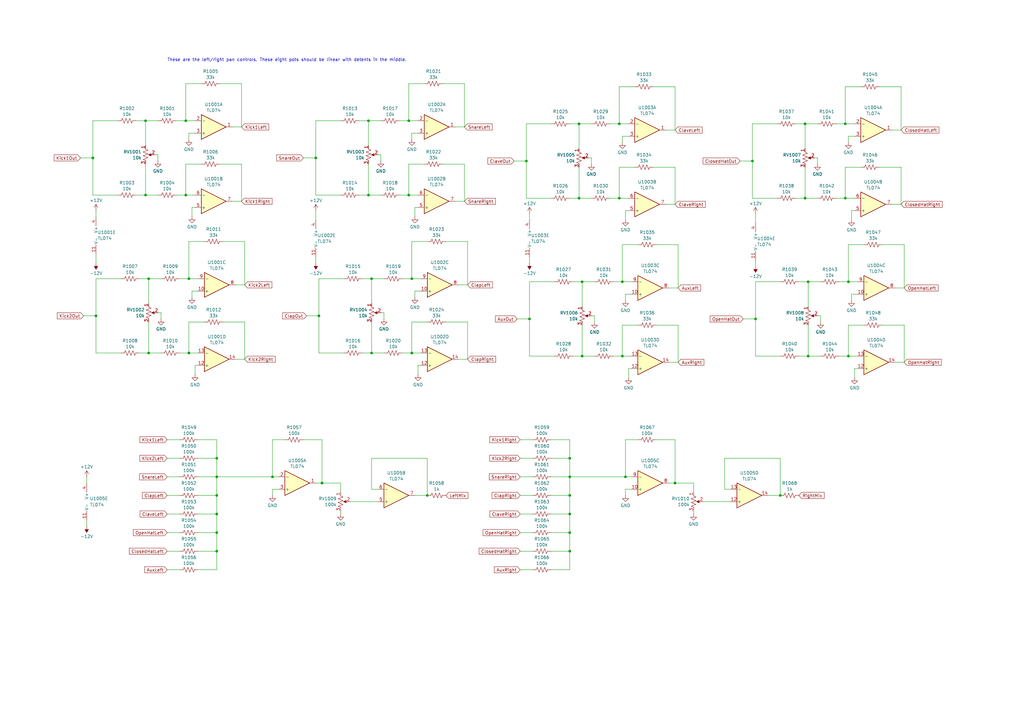
<source format=kicad_sch>
(kicad_sch (version 20230121) (generator eeschema)
  (paper "A3")
  (junction (at 330.2 50.8))
  (junction (at 238.76 146.05))
  (junction (at 237.49 81.28))
  (junction (at 233.68 218.44))
  (junction (at 130.81 129.54))
  (junction (at 151.13 80.01))
  (junction (at 233.68 195.58))
  (junction (at 308.61 66.04))
  (junction (at 152.4 114.3))
  (junction (at 88.9 195.58))
  (junction (at 60.96 144.78))
  (junction (at 167.64 80.01))
  (junction (at 255.27 146.05))
  (junction (at 331.47 115.57))
  (junction (at 168.91 144.78))
  (junction (at 256.54 195.58))
  (junction (at 88.9 226.06))
  (junction (at 175.26 203.2))
  (junction (at 88.9 210.82))
  (junction (at 39.37 129.54))
  (junction (at 233.68 187.96))
  (junction (at 167.64 49.53))
  (junction (at 76.2 49.53))
  (junction (at 254 50.8))
  (junction (at 347.98 115.57))
  (junction (at 233.68 203.2))
  (junction (at 233.68 226.06))
  (junction (at 276.86 198.12))
  (junction (at 238.76 115.57))
  (junction (at 88.9 218.44))
  (junction (at 88.9 203.2))
  (junction (at 330.2 81.28))
  (junction (at 346.71 81.28))
  (junction (at 168.91 114.3))
  (junction (at 320.04 203.2))
  (junction (at 254 81.28))
  (junction (at 237.49 50.8))
  (junction (at 151.13 49.53))
  (junction (at 215.9 66.04))
  (junction (at 129.54 64.77))
  (junction (at 346.71 50.8))
  (junction (at 233.68 210.82))
  (junction (at 77.47 114.3))
  (junction (at 59.69 49.53))
  (junction (at 217.17 130.81))
  (junction (at 132.08 198.12))
  (junction (at 111.76 195.58))
  (junction (at 347.98 146.05))
  (junction (at 60.96 114.3))
  (junction (at 88.9 187.96))
  (junction (at 76.2 80.01))
  (junction (at 152.4 144.78))
  (junction (at 309.88 130.81))
  (junction (at 255.27 115.57))
  (junction (at 59.69 80.01))
  (junction (at 77.47 144.78))
  (junction (at 331.47 146.05))
  (junction (at 38.1 64.77))
  (wire (pts (xy 215.9 50.8) (xy 226.06 50.8)))
  (wire (pts (xy 347.98 115.57) (xy 351.79 115.57)))
  (wire (pts (xy 347.98 146.05) (xy 351.79 146.05)))
  (wire (pts (xy 129.54 64.77) (xy 129.54 49.53)))
  (wire (pts (xy 256.54 195.58) (xy 259.08 195.58)))
  (wire (pts (xy 318.77 81.28) (xy 308.61 81.28)))
  (wire (pts (xy 66.04 130.81) (xy 66.04 128.27)))
  (wire (pts (xy 76.2 80.01) (xy 80.01 80.01)))
  (wire (pts (xy 170.18 88.9) (xy 170.18 85.09)))
  (wire (pts (xy 233.68 218.44) (xy 233.68 210.82)))
  (wire (pts (xy 213.36 187.96) (xy 218.44 187.96)))
  (wire (pts (xy 148.59 114.3) (xy 152.4 114.3)))
  (wire (pts (xy 257.81 151.13) (xy 259.08 151.13)))
  (wire (pts (xy 255.27 100.33) (xy 261.62 100.33)))
  (wire (pts (xy 167.64 80.01) (xy 167.64 67.31)))
  (wire (pts (xy 255.27 146.05) (xy 255.27 133.35)))
  (wire (pts (xy 369.57 68.58) (xy 369.57 83.82)))
  (wire (pts (xy 77.47 54.61) (xy 80.01 54.61)))
  (wire (pts (xy 68.58 226.06) (xy 73.66 226.06)))
  (wire (pts (xy 233.68 180.34) (xy 226.06 180.34)))
  (wire (pts (xy 309.88 87.63) (xy 309.88 91.44)))
  (wire (pts (xy 330.2 81.28) (xy 335.28 81.28)))
  (wire (pts (xy 256.54 123.19) (xy 256.54 120.65)))
  (wire (pts (xy 76.2 80.01) (xy 76.2 67.31)))
  (wire (pts (xy 347.98 146.05) (xy 347.98 133.35)))
  (wire (pts (xy 76.2 49.53) (xy 76.2 34.29)))
  (wire (pts (xy 369.57 53.34) (xy 365.76 53.34)))
  (wire (pts (xy 78.74 88.9) (xy 78.74 85.09)))
  (wire (pts (xy 331.47 133.35) (xy 331.47 146.05)))
  (wire (pts (xy 256.54 180.34) (xy 261.62 180.34)))
  (wire (pts (xy 156.21 63.5) (xy 154.94 63.5)))
  (wire (pts (xy 233.68 226.06) (xy 233.68 218.44)))
  (wire (pts (xy 171.45 153.67) (xy 171.45 149.86)))
  (wire (pts (xy 132.08 180.34) (xy 124.46 180.34)))
  (wire (pts (xy 77.47 57.15) (xy 77.47 54.61)))
  (wire (pts (xy 152.4 132.08) (xy 152.4 144.78)))
  (wire (pts (xy 254 81.28) (xy 257.81 81.28)))
  (wire (pts (xy 139.7 198.12) (xy 132.08 198.12)))
  (wire (pts (xy 256.54 86.36) (xy 257.81 86.36)))
  (wire (pts (xy 165.1 114.3) (xy 168.91 114.3)))
  (wire (pts (xy 257.81 154.94) (xy 257.81 151.13)))
  (wire (pts (xy 256.54 90.17) (xy 256.54 86.36)))
  (wire (pts (xy 39.37 86.36) (xy 39.37 88.9)))
  (wire (pts (xy 213.36 226.06) (xy 218.44 226.06)))
  (wire (pts (xy 181.61 34.29) (xy 190.5 34.29)))
  (wire (pts (xy 168.91 144.78) (xy 168.91 132.08)))
  (wire (pts (xy 251.46 146.05) (xy 255.27 146.05)))
  (wire (pts (xy 77.47 114.3) (xy 77.47 99.06)))
  (wire (pts (xy 100.33 132.08) (xy 100.33 147.32)))
  (wire (pts (xy 255.27 55.88) (xy 257.81 55.88)))
  (wire (pts (xy 256.54 200.66) (xy 259.08 200.66)))
  (wire (pts (xy 151.13 80.01) (xy 156.21 80.01)))
  (wire (pts (xy 76.2 34.29) (xy 82.55 34.29)))
  (wire (pts (xy 326.39 50.8) (xy 330.2 50.8)))
  (wire (pts (xy 125.73 129.54) (xy 130.81 129.54)))
  (wire (pts (xy 68.58 180.34) (xy 73.66 180.34)))
  (wire (pts (xy 256.54 195.58) (xy 256.54 180.34)))
  (wire (pts (xy 276.86 83.82) (xy 273.05 83.82)))
  (wire (pts (xy 330.2 68.58) (xy 330.2 81.28)))
  (wire (pts (xy 139.7 198.12) (xy 139.7 201.93)))
  (wire (pts (xy 55.88 49.53) (xy 59.69 49.53)))
  (wire (pts (xy 237.49 68.58) (xy 237.49 81.28)))
  (wire (pts (xy 254 35.56) (xy 260.35 35.56)))
  (wire (pts (xy 88.9 203.2) (xy 88.9 195.58)))
  (wire (pts (xy 309.88 146.05) (xy 309.88 130.81)))
  (wire (pts (xy 237.49 50.8) (xy 242.57 50.8)))
  (wire (pts (xy 215.9 66.04) (xy 215.9 50.8)))
  (wire (pts (xy 81.28 187.96) (xy 88.9 187.96)))
  (wire (pts (xy 276.86 35.56) (xy 276.86 53.34)))
  (wire (pts (xy 80.01 149.86) (xy 81.28 149.86)))
  (wire (pts (xy 171.45 149.86) (xy 172.72 149.86)))
  (wire (pts (xy 78.74 121.92) (xy 78.74 119.38)))
  (wire (pts (xy 66.04 128.27) (xy 64.77 128.27)))
  (wire (pts (xy 226.06 203.2) (xy 233.68 203.2)))
  (wire (pts (xy 191.77 132.08) (xy 191.77 147.32)))
  (wire (pts (xy 81.28 226.06) (xy 88.9 226.06)))
  (wire (pts (xy 331.47 115.57) (xy 331.47 125.73)))
  (wire (pts (xy 88.9 195.58) (xy 111.76 195.58)))
  (wire (pts (xy 226.06 195.58) (xy 233.68 195.58)))
  (wire (pts (xy 33.02 64.77) (xy 38.1 64.77)))
  (wire (pts (xy 237.49 81.28) (xy 242.57 81.28)))
  (wire (pts (xy 346.71 68.58) (xy 353.06 68.58)))
  (wire (pts (xy 111.76 195.58) (xy 111.76 180.34)))
  (wire (pts (xy 370.84 148.59) (xy 367.03 148.59)))
  (wire (pts (xy 213.36 233.68) (xy 218.44 233.68)))
  (wire (pts (xy 255.27 58.42) (xy 255.27 55.88)))
  (wire (pts (xy 78.74 119.38) (xy 81.28 119.38)))
  (wire (pts (xy 256.54 203.2) (xy 256.54 200.66)))
  (wire (pts (xy 55.88 80.01) (xy 59.69 80.01)))
  (wire (pts (xy 68.58 187.96) (xy 73.66 187.96)))
  (wire (pts (xy 346.71 50.8) (xy 346.71 35.56)))
  (wire (pts (xy 130.81 144.78) (xy 130.81 129.54)))
  (wire (pts (xy 233.68 195.58) (xy 256.54 195.58)))
  (wire (pts (xy 370.84 118.11) (xy 367.03 118.11)))
  (wire (pts (xy 124.46 64.77) (xy 129.54 64.77)))
  (wire (pts (xy 167.64 49.53) (xy 167.64 34.29)))
  (wire (pts (xy 349.25 90.17) (xy 349.25 86.36)))
  (wire (pts (xy 165.1 144.78) (xy 168.91 144.78)))
  (wire (pts (xy 320.04 146.05) (xy 309.88 146.05)))
  (wire (pts (xy 346.71 50.8) (xy 350.52 50.8)))
  (wire (pts (xy 191.77 99.06) (xy 191.77 116.84)))
  (wire (pts (xy 64.77 63.5) (xy 63.5 63.5)))
  (wire (pts (xy 267.97 68.58) (xy 276.86 68.58)))
  (wire (pts (xy 170.18 119.38) (xy 172.72 119.38)))
  (wire (pts (xy 157.48 130.81) (xy 157.48 128.27)))
  (wire (pts (xy 167.64 80.01) (xy 171.45 80.01)))
  (wire (pts (xy 78.74 85.09) (xy 80.01 85.09)))
  (wire (pts (xy 182.88 99.06) (xy 191.77 99.06)))
  (wire (pts (xy 190.5 52.07) (xy 186.69 52.07)))
  (wire (pts (xy 191.77 147.32) (xy 187.96 147.32)))
  (wire (pts (xy 77.47 132.08) (xy 83.82 132.08)))
  (wire (pts (xy 320.04 203.2) (xy 314.96 203.2)))
  (wire (pts (xy 38.1 64.77) (xy 38.1 49.53)))
  (wire (pts (xy 59.69 80.01) (xy 64.77 80.01)))
  (wire (pts (xy 156.21 66.04) (xy 156.21 63.5)))
  (wire (pts (xy 331.47 146.05) (xy 336.55 146.05)))
  (wire (pts (xy 250.19 81.28) (xy 254 81.28)))
  (wire (pts (xy 100.33 147.32) (xy 96.52 147.32)))
  (wire (pts (xy 151.13 67.31) (xy 151.13 80.01)))
  (wire (pts (xy 99.06 82.55) (xy 95.25 82.55)))
  (wire (pts (xy 330.2 50.8) (xy 330.2 60.96)))
  (wire (pts (xy 344.17 146.05) (xy 347.98 146.05)))
  (wire (pts (xy 167.64 67.31) (xy 173.99 67.31)))
  (wire (pts (xy 335.28 67.31) (xy 335.28 64.77)))
  (wire (pts (xy 242.57 67.31) (xy 242.57 64.77)))
  (wire (pts (xy 233.68 233.68) (xy 233.68 226.06)))
  (wire (pts (xy 76.2 49.53) (xy 80.01 49.53)))
  (wire (pts (xy 77.47 144.78) (xy 81.28 144.78)))
  (wire (pts (xy 151.13 49.53) (xy 156.21 49.53)))
  (wire (pts (xy 361.95 133.35) (xy 370.84 133.35)))
  (wire (pts (xy 284.48 198.12) (xy 276.86 198.12)))
  (wire (pts (xy 269.24 100.33) (xy 278.13 100.33)))
  (wire (pts (xy 88.9 218.44) (xy 88.9 210.82)))
  (wire (pts (xy 213.36 203.2) (xy 218.44 203.2)))
  (wire (pts (xy 336.55 132.08) (xy 336.55 129.54)))
  (wire (pts (xy 147.32 80.01) (xy 151.13 80.01)))
  (wire (pts (xy 68.58 203.2) (xy 73.66 203.2)))
  (wire (pts (xy 226.06 81.28) (xy 215.9 81.28)))
  (wire (pts (xy 148.59 144.78) (xy 152.4 144.78)))
  (wire (pts (xy 226.06 226.06) (xy 233.68 226.06)))
  (wire (pts (xy 152.4 114.3) (xy 157.48 114.3)))
  (wire (pts (xy 226.06 233.68) (xy 233.68 233.68)))
  (wire (pts (xy 213.36 210.82) (xy 218.44 210.82)))
  (wire (pts (xy 57.15 114.3) (xy 60.96 114.3)))
  (wire (pts (xy 346.71 81.28) (xy 350.52 81.28)))
  (wire (pts (xy 213.36 195.58) (xy 218.44 195.58)))
  (wire (pts (xy 284.48 209.55) (xy 284.48 210.82)))
  (wire (pts (xy 90.17 67.31) (xy 99.06 67.31)))
  (wire (pts (xy 170.18 85.09) (xy 171.45 85.09)))
  (wire (pts (xy 57.15 144.78) (xy 60.96 144.78)))
  (wire (pts (xy 170.18 121.92) (xy 170.18 119.38)))
  (wire (pts (xy 308.61 81.28) (xy 308.61 66.04)))
  (wire (pts (xy 38.1 80.01) (xy 38.1 64.77)))
  (wire (pts (xy 217.17 146.05) (xy 217.17 130.81)))
  (wire (pts (xy 346.71 35.56) (xy 353.06 35.56)))
  (wire (pts (xy 168.91 132.08) (xy 175.26 132.08)))
  (wire (pts (xy 99.06 52.07) (xy 95.25 52.07)))
  (wire (pts (xy 68.58 210.82) (xy 73.66 210.82)))
  (wire (pts (xy 190.5 67.31) (xy 190.5 82.55)))
  (wire (pts (xy 111.76 203.2) (xy 111.76 200.66)))
  (wire (pts (xy 342.9 81.28) (xy 346.71 81.28)))
  (wire (pts (xy 139.7 80.01) (xy 129.54 80.01)))
  (wire (pts (xy 342.9 50.8) (xy 346.71 50.8)))
  (wire (pts (xy 237.49 50.8) (xy 237.49 60.96)))
  (wire (pts (xy 303.53 66.04) (xy 308.61 66.04)))
  (wire (pts (xy 276.86 180.34) (xy 269.24 180.34)))
  (wire (pts (xy 111.76 180.34) (xy 116.84 180.34)))
  (wire (pts (xy 152.4 200.66) (xy 152.4 187.96)))
  (wire (pts (xy 349.25 120.65) (xy 351.79 120.65)))
  (wire (pts (xy 73.66 114.3) (xy 77.47 114.3)))
  (wire (pts (xy 256.54 120.65) (xy 259.08 120.65)))
  (wire (pts (xy 347.98 58.42) (xy 347.98 55.88)))
  (wire (pts (xy 151.13 49.53) (xy 151.13 59.69)))
  (wire (pts (xy 238.76 115.57) (xy 243.84 115.57)))
  (wire (pts (xy 139.7 209.55) (xy 139.7 210.82)))
  (wire (pts (xy 88.9 233.68) (xy 88.9 226.06)))
  (wire (pts (xy 278.13 118.11) (xy 274.32 118.11)))
  (wire (pts (xy 77.47 99.06) (xy 83.82 99.06)))
  (wire (pts (xy 77.47 144.78) (xy 77.47 132.08)))
  (wire (pts (xy 309.88 115.57) (xy 320.04 115.57)))
  (wire (pts (xy 255.27 133.35) (xy 261.62 133.35)))
  (wire (pts (xy 346.71 81.28) (xy 346.71 68.58)))
  (wire (pts (xy 347.98 100.33) (xy 354.33 100.33)))
  (wire (pts (xy 76.2 67.31) (xy 82.55 67.31)))
  (wire (pts (xy 91.44 99.06) (xy 100.33 99.06)))
  (wire (pts (xy 234.95 115.57) (xy 238.76 115.57)))
  (wire (pts (xy 299.72 200.66) (xy 297.18 200.66)))
  (wire (pts (xy 152.4 144.78) (xy 157.48 144.78)))
  (wire (pts (xy 190.5 34.29) (xy 190.5 52.07)))
  (wire (pts (xy 59.69 49.53) (xy 64.77 49.53)))
  (wire (pts (xy 254 81.28) (xy 254 68.58)))
  (wire (pts (xy 238.76 146.05) (xy 243.84 146.05)))
  (wire (pts (xy 233.68 203.2) (xy 233.68 195.58)))
  (wire (pts (xy 80.01 153.67) (xy 80.01 149.86)))
  (wire (pts (xy 100.33 99.06) (xy 100.33 116.84)))
  (wire (pts (xy 297.18 187.96) (xy 320.04 187.96)))
  (wire (pts (xy 347.98 55.88) (xy 350.52 55.88)))
  (wire (pts (xy 168.91 54.61) (xy 171.45 54.61)))
  (wire (pts (xy 349.25 123.19) (xy 349.25 120.65)))
  (wire (pts (xy 344.17 115.57) (xy 347.98 115.57)))
  (wire (pts (xy 88.9 180.34) (xy 81.28 180.34)))
  (wire (pts (xy 226.06 210.82) (xy 233.68 210.82)))
  (wire (pts (xy 60.96 114.3) (xy 66.04 114.3)))
  (wire (pts (xy 39.37 114.3) (xy 49.53 114.3)))
  (wire (pts (xy 59.69 67.31) (xy 59.69 80.01)))
  (wire (pts (xy 254 50.8) (xy 254 35.56)))
  (wire (pts (xy 233.68 187.96) (xy 233.68 180.34)))
  (wire (pts (xy 350.52 151.13) (xy 351.79 151.13)))
  (wire (pts (xy 59.69 49.53) (xy 59.69 59.69)))
  (wire (pts (xy 81.28 218.44) (xy 88.9 218.44)))
  (wire (pts (xy 242.57 64.77) (xy 241.3 64.77)))
  (wire (pts (xy 213.36 218.44) (xy 218.44 218.44)))
  (wire (pts (xy 251.46 115.57) (xy 255.27 115.57)))
  (wire (pts (xy 130.81 114.3) (xy 140.97 114.3)))
  (wire (pts (xy 269.24 133.35) (xy 278.13 133.35)))
  (wire (pts (xy 100.33 116.84) (xy 96.52 116.84)))
  (wire (pts (xy 38.1 49.53) (xy 48.26 49.53)))
  (wire (pts (xy 190.5 82.55) (xy 186.69 82.55)))
  (wire (pts (xy 35.56 195.58) (xy 35.56 198.12)))
  (wire (pts (xy 349.25 86.36) (xy 350.52 86.36)))
  (wire (pts (xy 250.19 50.8) (xy 254 50.8)))
  (wire (pts (xy 255.27 115.57) (xy 259.08 115.57)))
  (wire (pts (xy 370.84 100.33) (xy 370.84 118.11)))
  (wire (pts (xy 234.95 146.05) (xy 238.76 146.05)))
  (wire (pts (xy 360.68 35.56) (xy 369.57 35.56)))
  (wire (pts (xy 278.13 100.33) (xy 278.13 118.11)))
  (wire (pts (xy 347.98 115.57) (xy 347.98 100.33)))
  (wire (pts (xy 99.06 34.29) (xy 99.06 52.07)))
  (wire (pts (xy 168.91 57.15) (xy 168.91 54.61)))
  (wire (pts (xy 60.96 114.3) (xy 60.96 124.46)))
  (wire (pts (xy 49.53 144.78) (xy 39.37 144.78)))
  (wire (pts (xy 39.37 129.54) (xy 39.37 114.3)))
  (wire (pts (xy 111.76 195.58) (xy 114.3 195.58)))
  (wire (pts (xy 60.96 144.78) (xy 66.04 144.78)))
  (wire (pts (xy 327.66 115.57) (xy 331.47 115.57)))
  (wire (pts (xy 215.9 81.28) (xy 215.9 66.04)))
  (wire (pts (xy 369.57 83.82) (xy 365.76 83.82)))
  (wire (pts (xy 88.9 195.58) (xy 88.9 187.96)))
  (wire (pts (xy 243.84 129.54) (xy 242.57 129.54)))
  (wire (pts (xy 167.64 34.29) (xy 173.99 34.29)))
  (wire (pts (xy 140.97 144.78) (xy 130.81 144.78)))
  (wire (pts (xy 320.04 187.96) (xy 320.04 203.2)))
  (wire (pts (xy 274.32 198.12) (xy 276.86 198.12)))
  (wire (pts (xy 347.98 133.35) (xy 354.33 133.35)))
  (wire (pts (xy 233.68 50.8) (xy 237.49 50.8)))
  (wire (pts (xy 81.28 203.2) (xy 88.9 203.2)))
  (wire (pts (xy 73.66 144.78) (xy 77.47 144.78)))
  (wire (pts (xy 72.39 49.53) (xy 76.2 49.53)))
  (wire (pts (xy 39.37 104.14) (xy 39.37 107.95)))
  (wire (pts (xy 278.13 148.59) (xy 274.32 148.59)))
  (wire (pts (xy 77.47 114.3) (xy 81.28 114.3)))
  (wire (pts (xy 68.58 195.58) (xy 73.66 195.58)))
  (wire (pts (xy 157.48 128.27) (xy 156.21 128.27)))
  (wire (pts (xy 129.54 80.01) (xy 129.54 64.77)))
  (wire (pts (xy 163.83 49.53) (xy 167.64 49.53)))
  (wire (pts (xy 297.18 200.66) (xy 297.18 187.96)))
  (wire (pts (xy 369.57 35.56) (xy 369.57 53.34)))
  (wire (pts (xy 238.76 115.57) (xy 238.76 125.73)))
  (wire (pts (xy 81.28 210.82) (xy 88.9 210.82)))
  (wire (pts (xy 304.8 130.81) (xy 309.88 130.81)))
  (wire (pts (xy 327.66 146.05) (xy 331.47 146.05)))
  (wire (pts (xy 48.26 80.01) (xy 38.1 80.01)))
  (wire (pts (xy 175.26 187.96) (xy 175.26 203.2)))
  (wire (pts (xy 35.56 213.36) (xy 35.56 215.9)))
  (wire (pts (xy 210.82 66.04) (xy 215.9 66.04)))
  (wire (pts (xy 309.88 106.68) (xy 309.88 109.22)))
  (wire (pts (xy 39.37 144.78) (xy 39.37 129.54)))
  (wire (pts (xy 217.17 87.63) (xy 217.17 90.17)))
  (wire (pts (xy 233.68 195.58) (xy 233.68 187.96)))
  (wire (pts (xy 212.09 130.81) (xy 217.17 130.81)))
  (wire (pts (xy 284.48 198.12) (xy 284.48 201.93)))
  (wire (pts (xy 81.28 233.68) (xy 88.9 233.68)))
  (wire (pts (xy 68.58 233.68) (xy 73.66 233.68)))
  (wire (pts (xy 309.88 130.81) (xy 309.88 115.57)))
  (wire (pts (xy 308.61 50.8) (xy 318.77 50.8)))
  (wire (pts (xy 233.68 81.28) (xy 237.49 81.28)))
  (wire (pts (xy 276.86 198.12) (xy 276.86 180.34)))
  (wire (pts (xy 168.91 144.78) (xy 172.72 144.78)))
  (wire (pts (xy 226.06 187.96) (xy 233.68 187.96)))
  (wire (pts (xy 181.61 67.31) (xy 190.5 67.31)))
  (wire (pts (xy 147.32 49.53) (xy 151.13 49.53)))
  (wire (pts (xy 99.06 67.31) (xy 99.06 82.55)))
  (wire (pts (xy 167.64 49.53) (xy 171.45 49.53)))
  (wire (pts (xy 168.91 114.3) (xy 172.72 114.3)))
  (wire (pts (xy 326.39 81.28) (xy 330.2 81.28)))
  (wire (pts (xy 168.91 114.3) (xy 168.91 99.06)))
  (wire (pts (xy 191.77 116.84) (xy 187.96 116.84)))
  (wire (pts (xy 217.17 105.41) (xy 217.17 107.95)))
  (wire (pts (xy 132.08 198.12) (xy 132.08 180.34)))
  (wire (pts (xy 267.97 35.56) (xy 276.86 35.56)))
  (wire (pts (xy 213.36 180.34) (xy 218.44 180.34)))
  (wire (pts (xy 175.26 203.2) (xy 170.18 203.2)))
  (wire (pts (xy 335.28 64.77) (xy 334.01 64.77)))
  (wire (pts (xy 255.27 115.57) (xy 255.27 100.33)))
  (wire (pts (xy 64.77 66.04) (xy 64.77 63.5)))
  (wire (pts (xy 238.76 133.35) (xy 238.76 146.05)))
  (wire (pts (xy 129.54 49.53) (xy 139.7 49.53)))
  (wire (pts (xy 129.54 198.12) (xy 132.08 198.12)))
  (wire (pts (xy 129.54 105.41) (xy 129.54 107.95)))
  (wire (pts (xy 278.13 133.35) (xy 278.13 148.59)))
  (wire (pts (xy 255.27 146.05) (xy 259.08 146.05)))
  (wire (pts (xy 308.61 66.04) (xy 308.61 50.8)))
  (wire (pts (xy 361.95 100.33) (xy 370.84 100.33)))
  (wire (pts (xy 72.39 80.01) (xy 76.2 80.01)))
  (wire (pts (xy 81.28 195.58) (xy 88.9 195.58)))
  (wire (pts (xy 227.33 146.05) (xy 217.17 146.05)))
  (wire (pts (xy 88.9 210.82) (xy 88.9 203.2)))
  (wire (pts (xy 111.76 200.66) (xy 114.3 200.66)))
  (wire (pts (xy 360.68 68.58) (xy 369.57 68.58)))
  (wire (pts (xy 91.44 132.08) (xy 100.33 132.08)))
  (wire (pts (xy 68.58 218.44) (xy 73.66 218.44)))
  (wire (pts (xy 130.81 129.54) (xy 130.81 114.3)))
  (wire (pts (xy 182.88 132.08) (xy 191.77 132.08)))
  (wire (pts (xy 370.84 133.35) (xy 370.84 148.59)))
  (wire (pts (xy 276.86 53.34) (xy 273.05 53.34)))
  (wire (pts (xy 168.91 99.06) (xy 175.26 99.06)))
  (wire (pts (xy 336.55 129.54) (xy 335.28 129.54)))
  (wire (pts (xy 330.2 50.8) (xy 335.28 50.8)))
  (wire (pts (xy 88.9 187.96) (xy 88.9 180.34)))
  (wire (pts (xy 217.17 130.81) (xy 217.17 115.57)))
  (wire (pts (xy 129.54 86.36) (xy 129.54 90.17)))
  (wire (pts (xy 350.52 154.94) (xy 350.52 151.13)))
  (wire (pts (xy 143.51 205.74) (xy 154.94 205.74)))
  (wire (pts (xy 152.4 187.96) (xy 175.26 187.96)))
  (wire (pts (xy 90.17 34.29) (xy 99.06 34.29)))
  (wire (pts (xy 254 50.8) (xy 257.81 50.8)))
  (wire (pts (xy 217.17 115.57) (xy 227.33 115.57)))
  (wire (pts (xy 243.84 132.08) (xy 243.84 129.54)))
  (wire (pts (xy 34.29 129.54) (xy 39.37 129.54)))
  (wire (pts (xy 254 68.58) (xy 260.35 68.58)))
  (wire (pts (xy 163.83 80.01) (xy 167.64 80.01)))
  (wire (pts (xy 331.47 115.57) (xy 336.55 115.57)))
  (wire (pts (xy 288.29 205.74) (xy 299.72 205.74)))
  (wire (pts (xy 233.68 210.82) (xy 233.68 203.2)))
  (wire (pts (xy 276.86 68.58) (xy 276.86 83.82)))
  (wire (pts (xy 152.4 114.3) (xy 152.4 124.46)))
  (wire (pts (xy 88.9 226.06) (xy 88.9 218.44)))
  (wire (pts (xy 60.96 132.08) (xy 60.96 144.78)))
  (wire (pts (xy 154.94 200.66) (xy 152.4 200.66)))
  (wire (pts (xy 226.06 218.44) (xy 233.68 218.44)))
  (text "These are the left/right pan controls. These eight pots should be linear with detents in the middle." (at 68.58 25.4 0) (effects (font (size 1.27 1.27)) (justify left bottom)))
  (global_label "SnareLeft" (shape input) (at 190.5 52.07 0) (property "Intersheetrefs" "${INTERSHEET_REFS}" (effects hide)))
  (global_label "ClapOut" (shape input) (at 125.73 129.54 180) (property "Intersheetrefs" "${INTERSHEET_REFS}" (effects hide)))
  (global_label "OpenHatRight" (shape input) (at 213.36 218.44 180) (property "Intersheetrefs" "${INTERSHEET_REFS}" (effects hide)))
  (global_label "OpenHatLeft" (shape input) (at 68.58 218.44 180) (property "Intersheetrefs" "${INTERSHEET_REFS}" (effects hide)))
  (global_label "OpenHatRight" (shape input) (at 370.84 148.59 0) (property "Intersheetrefs" "${INTERSHEET_REFS}" (effects hide)))
  (global_label "ClaveOut" (shape input) (at 210.82 66.04 180) (property "Intersheetrefs" "${INTERSHEET_REFS}" (effects hide)))
  (global_label "OpenHatLeft" (shape input) (at 370.84 118.11 0) (property "Intersheetrefs" "${INTERSHEET_REFS}" (effects hide)))
  (global_label "ClapLeft" (shape input) (at 191.77 116.84 0) (property "Intersheetrefs" "${INTERSHEET_REFS}" (effects hide)))
  (global_label "RightMix" (shape input) (at 327.66 203.2 0) (property "Intersheetrefs" "${INTERSHEET_REFS}" (effects hide)))
  (global_label "ClapRight" (shape input) (at 213.36 203.2 180) (property "Intersheetrefs" "${INTERSHEET_REFS}" (effects hide)))
  (global_label "Kick1Out" (shape input) (at 33.02 64.77 180) (property "Intersheetrefs" "${INTERSHEET_REFS}" (effects hide)))
  (global_label "SnareRight" (shape input) (at 190.5 82.55 0) (property "Intersheetrefs" "${INTERSHEET_REFS}" (effects hide)))
  (global_label "ClosedHatOut" (shape input) (at 303.53 66.04 180) (property "Intersheetrefs" "${INTERSHEET_REFS}" (effects hide)))
  (global_label "SnareRight" (shape input) (at 213.36 195.58 180) (property "Intersheetrefs" "${INTERSHEET_REFS}" (effects hide)))
  (global_label "OpenHatOut" (shape input) (at 304.8 130.81 180) (property "Intersheetrefs" "${INTERSHEET_REFS}" (effects hide)))
  (global_label "ClaveRight" (shape input) (at 276.86 83.82 0) (property "Intersheetrefs" "${INTERSHEET_REFS}" (effects hide)))
  (global_label "Kick1Right" (shape input) (at 99.06 82.55 0) (property "Intersheetrefs" "${INTERSHEET_REFS}" (effects hide)))
  (global_label "AuxOut" (shape input) (at 212.09 130.81 180) (property "Intersheetrefs" "${INTERSHEET_REFS}" (effects hide)))
  (global_label "ClosedHatLeft" (shape input) (at 369.57 53.34 0) (property "Intersheetrefs" "${INTERSHEET_REFS}" (effects hide)))
  (global_label "ClaveLeft" (shape input) (at 68.58 210.82 180) (property "Intersheetrefs" "${INTERSHEET_REFS}" (effects hide)))
  (global_label "SnareLeft" (shape input) (at 68.58 195.58 180) (property "Intersheetrefs" "${INTERSHEET_REFS}" (effects hide)))
  (global_label "SnareOut" (shape input) (at 124.46 64.77 180) (property "Intersheetrefs" "${INTERSHEET_REFS}" (effects hide)))
  (global_label "AuxLeft" (shape input) (at 278.13 118.11 0) (property "Intersheetrefs" "${INTERSHEET_REFS}" (effects hide)))
  (global_label "Kick2Left" (shape input) (at 100.33 116.84 0) (property "Intersheetrefs" "${INTERSHEET_REFS}" (effects hide)))
  (global_label "Kick2Out" (shape input) (at 34.29 129.54 180) (property "Intersheetrefs" "${INTERSHEET_REFS}" (effects hide)))
  (global_label "ClosedHatLeft" (shape input) (at 68.58 226.06 180) (property "Intersheetrefs" "${INTERSHEET_REFS}" (effects hide)))
  (global_label "AuxRight" (shape input) (at 213.36 233.68 180) (property "Intersheetrefs" "${INTERSHEET_REFS}" (effects hide)))
  (global_label "ClaveRight" (shape input) (at 213.36 210.82 180) (property "Intersheetrefs" "${INTERSHEET_REFS}" (effects hide)))
  (global_label "AuxLeft" (shape input) (at 68.58 233.68 180) (property "Intersheetrefs" "${INTERSHEET_REFS}" (effects hide)))
  (global_label "Kick2Left" (shape input) (at 68.58 187.96 180) (property "Intersheetrefs" "${INTERSHEET_REFS}" (effects hide)))
  (global_label "ClapLeft" (shape input) (at 68.58 203.2 180) (property "Intersheetrefs" "${INTERSHEET_REFS}" (effects hide)))
  (global_label "Kick2Right" (shape input) (at 213.36 187.96 180) (property "Intersheetrefs" "${INTERSHEET_REFS}" (effects hide)))
  (global_label "ClosedHatRight" (shape input) (at 213.36 226.06 180) (property "Intersheetrefs" "${INTERSHEET_REFS}" (effects hide)))
  (global_label "AuxRight" (shape input) (at 278.13 148.59 0) (property "Intersheetrefs" "${INTERSHEET_REFS}" (effects hide)))
  (global_label "Kick1Left" (shape input) (at 99.06 52.07 0) (property "Intersheetrefs" "${INTERSHEET_REFS}" (effects hide)))
  (global_label "ClosedHatRight" (shape input) (at 369.57 83.82 0) (property "Intersheetrefs" "${INTERSHEET_REFS}" (effects hide)))
  (global_label "ClaveLeft" (shape input) (at 276.86 53.34 0) (property "Intersheetrefs" "${INTERSHEET_REFS}" (effects hide)))
  (global_label "Kick2Right" (shape input) (at 100.33 147.32 0) (property "Intersheetrefs" "${INTERSHEET_REFS}" (effects hide)))
  (global_label "Kick1Right" (shape input) (at 213.36 180.34 180) (property "Intersheetrefs" "${INTERSHEET_REFS}" (effects hide)))
  (global_label "Kick1Left" (shape input) (at 68.58 180.34 180) (property "Intersheetrefs" "${INTERSHEET_REFS}" (effects hide)))
  (global_label "ClapRight" (shape input) (at 191.77 147.32 0) (property "Intersheetrefs" "${INTERSHEET_REFS}" (effects hide)))
  (global_label "LeftMix" (shape input) (at 182.88 203.2 0) (property "Intersheetrefs" "${INTERSHEET_REFS}" (effects hide)))
  (symbol (lib_id "Device:R_US") (at 264.16 35.56 90) (unit 1)
    (property "Reference" "R1033" (at 264.16 30.5267 90))
    (property "Value" "33k" (at 264.16 32.9509 90))
    (property "Footprint" "PCM_Resistor_THT_AKL:R_Axial_DIN0207_L6.3mm_D2.5mm_P2.54mm_Vertical" (effects hide))
  )
  (symbol (lib_id "Device:R_US") (at 322.58 81.28 90) (unit 1)
    (property "Reference" "R1038" (at 322.58 76.2467 90))
    (property "Value" "10k" (at 322.58 78.6709 90))
    (property "Footprint" "PCM_Resistor_THT_AKL:R_Axial_DIN0207_L6.3mm_D2.5mm_P7.62mm_Horizontal" (effects hide))
  )
  (symbol (lib_id "Amplifier_Operational:TL074") (at 132.08 97.79 0) (unit 5)
    (property "Reference" "U1002" (at 130.175 96.5779 0) (effects (justify left)))
    (property "Value" "TL074" (at 130.175 99.0021 0) (effects (justify left)))
    (property "Footprint" "Package_DIP:DIP-14_W7.62mm" (effects hide))
    (property "Datasheet" "http://www.ti.com/lit/ds/symlink/tl071.pdf" (effects hide))
  )
  (symbol (lib_id "Amplifier_Operational:TL074") (at 180.34 116.84 0) (mirror x) (unit 3)
    (property "Reference" "U1002" (at 180.34 107.6157 0))
    (property "Value" "TL074" (at 180.34 110.0399 0))
    (property "Footprint" "Package_DIP:DIP-14_W7.62mm" (effects hide))
    (property "Datasheet" "http://www.ti.com/lit/ds/symlink/tl071.pdf" (effects hide))
  )
  (symbol (lib_id "Device:R_US") (at 69.85 114.3 90) (unit 1)
    (property "Reference" "R1009" (at 69.85 109.2667 90))
    (property "Value" "10k" (at 69.85 111.6909 90))
    (property "Footprint" "PCM_Resistor_THT_AKL:R_Axial_DIN0207_L6.3mm_D2.5mm_P7.62mm_Horizontal" (effects hide))
  )
  (symbol (lib_id "Device:R_US") (at 229.87 50.8 90) (unit 1)
    (property "Reference" "R1025" (at 229.87 45.7667 90))
    (property "Value" "10k" (at 229.87 48.1909 90))
    (property "Footprint" "PCM_Resistor_THT_AKL:R_Axial_DIN0207_L6.3mm_D2.5mm_P7.62mm_Horizontal" (effects hide))
  )
  (symbol (lib_id "power:GND") (at 256.54 203.2 0) (unit 1)
    (property "Reference" "#PWR01035" (effects hide))
    (property "Value" "GND" (at 256.54 207.3331 0))
  )
  (symbol (lib_id "power:GND") (at 284.48 210.82 0) (unit 1)
    (property "Reference" "#PWR01036" (effects hide))
    (property "Value" "GND" (at 284.48 214.9531 0))
  )
  (symbol (lib_id "power:+12V") (at 217.17 87.63 0) (unit 1)
    (property "Reference" "#PWR01017" (effects hide))
    (property "Value" "+12V" (at 217.17 83.4969 0))
  )
  (symbol (lib_id "Device:R_US") (at 53.34 144.78 90) (unit 1)
    (property "Reference" "R1008" (at 53.34 139.7467 90))
    (property "Value" "10k" (at 53.34 142.1709 90))
    (property "Footprint" "PCM_Resistor_THT_AKL:R_Axial_DIN0207_L6.3mm_D2.5mm_P7.62mm_Horizontal" (effects hide))
  )
  (symbol (lib_id "Device:R_US") (at 246.38 50.8 90) (unit 1)
    (property "Reference" "R1029" (at 246.38 45.7667 90))
    (property "Value" "10k" (at 246.38 48.1909 90))
    (property "Footprint" "PCM_Resistor_THT_AKL:R_Axial_DIN0207_L6.3mm_D2.5mm_P7.62mm_Horizontal" (effects hide))
  )
  (symbol (lib_id "Device:R_US") (at 358.14 133.35 90) (unit 1)
    (property "Reference" "R1048" (at 358.14 128.3167 90))
    (property "Value" "33k" (at 358.14 130.7409 90))
    (property "Footprint" "PCM_Resistor_THT_AKL:R_Axial_DIN0207_L6.3mm_D2.5mm_P2.54mm_Vertical" (effects hide))
  )
  (symbol (lib_id "power:GND") (at 170.18 88.9 0) (unit 1)
    (property "Reference" "#PWR01014" (effects hide))
    (property "Value" "GND" (at 170.18 93.0331 0))
  )
  (symbol (lib_id "Device:R_US") (at 222.25 187.96 90) (unit 1)
    (property "Reference" "R1060" (at 222.25 182.9267 90))
    (property "Value" "100k" (at 222.25 185.3509 90))
    (property "Footprint" "PCM_Resistor_THT_AKL:R_Axial_DIN0207_L6.3mm_D2.5mm_P7.62mm_Horizontal" (effects hide))
  )
  (symbol (lib_id "Device:R_US") (at 340.36 146.05 90) (unit 1)
    (property "Reference" "R1044" (at 340.36 141.0167 90))
    (property "Value" "10k" (at 340.36 143.4409 90))
    (property "Footprint" "PCM_Resistor_THT_AKL:R_Axial_DIN0207_L6.3mm_D2.5mm_P7.62mm_Horizontal" (effects hide))
  )
  (symbol (lib_id "Amplifier_Operational:TL074") (at 88.9 147.32 0) (mirror x) (unit 4)
    (property "Reference" "U1001" (at 88.9 138.0957 0))
    (property "Value" "TL074" (at 88.9 140.5199 0))
    (property "Footprint" "Package_DIP:DIP-14_W7.62mm" (effects hide))
    (property "Datasheet" "http://www.ti.com/lit/ds/symlink/tl071.pdf" (effects hide))
  )
  (symbol (lib_id "power:+12V") (at 39.37 86.36 0) (unit 1)
    (property "Reference" "#PWR01007" (effects hide))
    (property "Value" "+12V" (at 39.37 82.2269 0))
  )
  (symbol (lib_id "Amplifier_Operational:TL074") (at 266.7 118.11 0) (mirror x) (unit 3)
    (property "Reference" "U1003" (at 266.7 108.8857 0))
    (property "Value" "TL074" (at 266.7 111.3099 0))
    (property "Footprint" "Package_DIP:DIP-14_W7.62mm" (effects hide))
    (property "Datasheet" "http://www.ti.com/lit/ds/symlink/tl071.pdf" (effects hide))
  )
  (symbol (lib_id "Device:R_US") (at 222.25 218.44 90) (unit 1)
    (property "Reference" "R1064" (at 222.25 213.4067 90))
    (property "Value" "100k" (at 222.25 215.8309 90))
    (property "Footprint" "PCM_Resistor_THT_AKL:R_Axial_DIN0207_L6.3mm_D2.5mm_P7.62mm_Horizontal" (effects hide))
  )
  (symbol (lib_id "Amplifier_Operational:TL074") (at 359.41 148.59 0) (mirror x) (unit 4)
    (property "Reference" "U1004" (at 359.41 139.3657 0))
    (property "Value" "TL074" (at 359.41 141.7899 0))
    (property "Footprint" "Package_DIP:DIP-14_W7.62mm" (effects hide))
    (property "Datasheet" "http://www.ti.com/lit/ds/symlink/tl071.pdf" (effects hide))
  )
  (symbol (lib_id "Device:R_US") (at 77.47 187.96 90) (unit 1)
    (property "Reference" "R1050" (at 77.47 182.9267 90))
    (property "Value" "100k" (at 77.47 185.3509 90))
    (property "Footprint" "PCM_Resistor_THT_AKL:R_Axial_DIN0207_L6.3mm_D2.5mm_P7.62mm_Horizontal" (effects hide))
  )
  (symbol (lib_id "power:GND") (at 256.54 123.19 0) (unit 1)
    (property "Reference" "#PWR01023" (effects hide))
    (property "Value" "GND" (at 256.54 127.3231 0))
  )
  (symbol (lib_id "Device:R_Potentiometer_US") (at 237.49 64.77 0) (unit 1)
    (property "Reference" "RV1005" (at 235.839 63.5579 0) (effects (justify right)))
    (property "Value" "10k" (at 235.839 65.9821 0) (effects (justify right)))
    (property "Footprint" "Connector_PinHeader_2.54mm:PinHeader_1x03_P2.54mm_Vertical" (effects hide))
  )
  (symbol (lib_id "power:GND") (at 242.57 67.31 0) (unit 1)
    (property "Reference" "#PWR01019" (effects hide))
    (property "Value" "GND" (at 242.57 71.4431 0))
  )
  (symbol (lib_id "power:+12V") (at 35.56 195.58 0) (unit 1)
    (property "Reference" "#PWR01037" (effects hide))
    (property "Value" "+12V" (at 35.56 191.4469 0))
  )
  (symbol (lib_id "Amplifier_Operational:TL074") (at 359.41 118.11 0) (mirror x) (unit 3)
    (property "Reference" "U1004" (at 359.41 108.8857 0))
    (property "Value" "TL074" (at 359.41 111.3099 0))
    (property "Footprint" "Package_DIP:DIP-14_W7.62mm" (effects hide))
    (property "Datasheet" "http://www.ti.com/lit/ds/symlink/tl071.pdf" (effects hide))
  )
  (symbol (lib_id "power:GND") (at 350.52 154.94 0) (unit 1)
    (property "Reference" "#PWR01032" (effects hide))
    (property "Value" "GND" (at 350.52 159.0731 0))
  )
  (symbol (lib_id "Device:R_US") (at 231.14 115.57 90) (unit 1)
    (property "Reference" "R1027" (at 231.14 110.5367 90))
    (property "Value" "10k" (at 231.14 112.9609 90))
    (property "Footprint" "PCM_Resistor_THT_AKL:R_Axial_DIN0207_L6.3mm_D2.5mm_P7.62mm_Horizontal" (effects hide))
  )
  (symbol (lib_id "Amplifier_Operational:TL074") (at 265.43 83.82 0) (mirror x) (unit 2)
    (property "Reference" "U1003" (at 265.43 74.5957 0))
    (property "Value" "TL074" (at 265.43 77.0199 0))
    (property "Footprint" "Package_DIP:DIP-14_W7.62mm" (effects hide))
    (property "Datasheet" "http://www.ti.com/lit/ds/symlink/tl071.pdf" (effects hide))
  )
  (symbol (lib_id "Device:R_US") (at 264.16 68.58 90) (unit 1)
    (property "Reference" "R1034" (at 264.16 63.5467 90))
    (property "Value" "33k" (at 264.16 65.9709 90))
    (property "Footprint" "PCM_Resistor_THT_AKL:R_Axial_DIN0207_L6.3mm_D2.5mm_P2.54mm_Vertical" (effects hide))
  )
  (symbol (lib_id "power:GND") (at 347.98 58.42 0) (unit 1)
    (property "Reference" "#PWR01029" (effects hide))
    (property "Value" "GND" (at 347.98 62.5531 0))
  )
  (symbol (lib_id "power:GND") (at 78.74 88.9 0) (unit 1)
    (property "Reference" "#PWR01001" (effects hide))
    (property "Value" "GND" (at 78.74 93.0331 0))
  )
  (symbol (lib_id "Device:R_US") (at 179.07 132.08 90) (unit 1)
    (property "Reference" "R1024" (at 179.07 127.0467 90))
    (property "Value" "33k" (at 179.07 129.4709 90))
    (property "Footprint" "PCM_Resistor_THT_AKL:R_Axial_DIN0207_L6.3mm_D2.5mm_P2.54mm_Vertical" (effects hide))
  )
  (symbol (lib_id "Device:R_US") (at 53.34 114.3 90) (unit 1)
    (property "Reference" "R1007" (at 53.34 109.2667 90))
    (property "Value" "10k" (at 53.34 111.6909 90))
    (property "Footprint" "PCM_Resistor_THT_AKL:R_Axial_DIN0207_L6.3mm_D2.5mm_P7.62mm_Horizontal" (effects hide))
  )
  (symbol (lib_id "power:GND") (at 64.77 66.04 0) (unit 1)
    (property "Reference" "#PWR01003" (effects hide))
    (property "Value" "GND" (at 64.77 70.1731 0))
  )
  (symbol (lib_id "Device:R_US") (at 87.63 132.08 90) (unit 1)
    (property "Reference" "R1012" (at 87.63 127.0467 90))
    (property "Value" "33k" (at 87.63 129.4709 90))
    (property "Footprint" "PCM_Resistor_THT_AKL:R_Axial_DIN0207_L6.3mm_D2.5mm_P2.54mm_Vertical" (effects hide))
  )
  (symbol (lib_id "power:GND") (at 255.27 58.42 0) (unit 1)
    (property "Reference" "#PWR01021" (effects hide))
    (property "Value" "GND" (at 255.27 62.5531 0))
  )
  (symbol (lib_id "Device:R_US") (at 222.25 203.2 90) (unit 1)
    (property "Reference" "R1062" (at 222.25 198.1667 90))
    (property "Value" "100k" (at 222.25 200.5909 90))
    (property "Footprint" "PCM_Resistor_THT_AKL:R_Axial_DIN0207_L6.3mm_D2.5mm_P7.62mm_Horizontal" (effects hide))
  )
  (symbol (lib_id "power:-12V") (at 35.56 215.9 180) (unit 1)
    (property "Reference" "#PWR01038" (effects hide))
    (property "Value" "-12V" (at 35.56 220.0331 0))
  )
  (symbol (lib_id "power:GND") (at 170.18 121.92 0) (unit 1)
    (property "Reference" "#PWR01015" (effects hide))
    (property "Value" "GND" (at 170.18 126.0531 0))
  )
  (symbol (lib_id "Amplifier_Operational:TL074") (at 121.92 198.12 0) (mirror x) (unit 1)
    (property "Reference" "U1005" (at 121.92 188.8957 0))
    (property "Value" "TL074" (at 121.92 191.3199 0))
    (property "Footprint" "Package_DIP:DIP-14_W7.62mm" (effects hide))
    (property "Datasheet" "http://www.ti.com/lit/ds/symlink/tl071.pdf" (effects hide))
  )
  (symbol (lib_id "Amplifier_Operational:TL074") (at 266.7 198.12 0) (mirror x) (unit 3)
    (property "Reference" "U1005" (at 266.7 188.8957 0))
    (property "Value" "TL074" (at 266.7 191.3199 0))
    (property "Footprint" "Package_DIP:DIP-14_W7.62mm" (effects hide))
    (property "Datasheet" "http://www.ti.com/lit/ds/symlink/tl071.pdf" (effects hide))
  )
  (symbol (lib_id "Device:R_US") (at 339.09 81.28 90) (unit 1)
    (property "Reference" "R1042" (at 339.09 76.2467 90))
    (property "Value" "10k" (at 339.09 78.6709 90))
    (property "Footprint" "PCM_Resistor_THT_AKL:R_Axial_DIN0207_L6.3mm_D2.5mm_P7.62mm_Horizontal" (effects hide))
  )
  (symbol (lib_id "Device:R_US") (at 356.87 68.58 90) (unit 1)
    (property "Reference" "R1046" (at 356.87 63.5467 90))
    (property "Value" "33k" (at 356.87 65.9709 90))
    (property "Footprint" "PCM_Resistor_THT_AKL:R_Axial_DIN0207_L6.3mm_D2.5mm_P2.54mm_Vertical" (effects hide))
  )
  (symbol (lib_id "Device:R_Potentiometer_US") (at 59.69 63.5 0) (unit 1)
    (property "Reference" "RV1001" (at 58.039 62.2879 0) (effects (justify right)))
    (property "Value" "10k" (at 58.039 64.7121 0) (effects (justify right)))
    (property "Footprint" "Connector_PinHeader_2.54mm:PinHeader_1x03_P2.54mm_Vertical" (effects hide))
  )
  (symbol (lib_id "Device:R_Potentiometer_US") (at 152.4 128.27 0) (unit 1)
    (property "Reference" "RV1004" (at 150.749 127.0579 0) (effects (justify right)))
    (property "Value" "10k" (at 150.749 129.4821 0) (effects (justify right)))
    (property "Footprint" "Connector_PinHeader_2.54mm:PinHeader_1x03_P2.54mm_Vertical" (effects hide))
  )
  (symbol (lib_id "Device:R_US") (at 144.78 144.78 90) (unit 1)
    (property "Reference" "R1016" (at 144.78 139.7467 90))
    (property "Value" "10k" (at 144.78 142.1709 90))
    (property "Footprint" "PCM_Resistor_THT_AKL:R_Axial_DIN0207_L6.3mm_D2.5mm_P7.62mm_Horizontal" (effects hide))
  )
  (symbol (lib_id "Device:R_US") (at 222.25 233.68 90) (unit 1)
    (property "Reference" "R1066" (at 222.25 228.6467 90))
    (property "Value" "100k" (at 222.25 231.0709 90))
    (property "Footprint" "PCM_Resistor_THT_AKL:R_Axial_DIN0207_L6.3mm_D2.5mm_P7.62mm_Horizontal" (effects hide))
  )
  (symbol (lib_id "Device:R_US") (at 77.47 210.82 90) (unit 1)
    (property "Reference" "R1053" (at 77.47 205.7867 90))
    (property "Value" "100k" (at 77.47 208.2109 90))
    (property "Footprint" "PCM_Resistor_THT_AKL:R_Axial_DIN0207_L6.3mm_D2.5mm_P7.62mm_Horizontal" (effects hide))
  )
  (symbol (lib_id "Device:R_US") (at 222.25 226.06 90) (unit 1)
    (property "Reference" "R1065" (at 222.25 221.0267 90))
    (property "Value" "100k" (at 222.25 223.4509 90))
    (property "Footprint" "PCM_Resistor_THT_AKL:R_Axial_DIN0207_L6.3mm_D2.5mm_P7.62mm_Horizontal" (effects hide))
  )
  (symbol (lib_id "power:GND") (at 257.81 154.94 0) (unit 1)
    (property "Reference" "#PWR01024" (effects hide))
    (property "Value" "GND" (at 257.81 159.0731 0))
  )
  (symbol (lib_id "Amplifier_Operational:TL074") (at 307.34 203.2 0) (mirror x) (unit 4)
    (property "Reference" "U1005" (at 307.34 193.9757 0))
    (property "Value" "TL074" (at 307.34 196.3999 0))
    (property "Footprint" "Package_DIP:DIP-14_W7.62mm" (effects hide))
    (property "Datasheet" "http://www.ti.com/lit/ds/symlink/tl071.pdf" (effects hide))
  )
  (symbol (lib_id "power:GND") (at 66.04 130.81 0) (unit 1)
    (property "Reference" "#PWR01004" (effects hide))
    (property "Value" "GND" (at 66.04 134.9431 0))
  )
  (symbol (lib_id "power:GND") (at 335.28 67.31 0) (unit 1)
    (property "Reference" "#PWR01027" (effects hide))
    (property "Value" "GND" (at 335.28 71.4431 0))
  )
  (symbol (lib_id "Device:R_US") (at 77.47 218.44 90) (unit 1)
    (property "Reference" "R1054" (at 77.47 213.4067 90))
    (property "Value" "100k" (at 77.47 215.8309 90))
    (property "Footprint" "PCM_Resistor_THT_AKL:R_Axial_DIN0207_L6.3mm_D2.5mm_P7.62mm_Horizontal" (effects hide))
  )
  (symbol (lib_id "power:GND") (at 111.76 203.2 0) (unit 1)
    (property "Reference" "#PWR01033" (effects hide))
    (property "Value" "GND" (at 111.76 207.3331 0))
  )
  (symbol (lib_id "power:GND") (at 156.21 66.04 0) (unit 1)
    (property "Reference" "#PWR01011" (effects hide))
    (property "Value" "GND" (at 156.21 70.1731 0))
  )
  (symbol (lib_id "Device:R_Potentiometer_US") (at 331.47 129.54 0) (unit 1)
    (property "Reference" "RV1008" (at 329.819 128.3279 0) (effects (justify right)))
    (property "Value" "10k" (at 329.819 130.7521 0) (effects (justify right)))
    (property "Footprint" "Connector_PinHeader_2.54mm:PinHeader_1x03_P2.54mm_Vertical" (effects hide))
  )
  (symbol (lib_id "Amplifier_Operational:TL074") (at 358.14 53.34 0) (mirror x) (unit 1)
    (property "Reference" "U1004" (at 358.14 44.1157 0))
    (property "Value" "TL074" (at 358.14 46.5399 0))
    (property "Footprint" "Package_DIP:DIP-14_W7.62mm" (effects hide))
    (property "Datasheet" "http://www.ti.com/lit/ds/symlink/tl071.pdf" (effects hide))
  )
  (symbol (lib_id "Device:R_Potentiometer_US") (at 330.2 64.77 0) (unit 1)
    (property "Reference" "RV1007" (at 328.549 63.5579 0) (effects (justify right)))
    (property "Value" "10k" (at 328.549 65.9821 0) (effects (justify right)))
    (property "Footprint" "Connector_PinHeader_2.54mm:PinHeader_1x03_P2.54mm_Vertical" (effects hide))
  )
  (symbol (lib_id "Device:R_US") (at 77.47 226.06 90) (unit 1)
    (property "Reference" "R1055" (at 77.47 221.0267 90))
    (property "Value" "100k" (at 77.47 223.4509 90))
    (property "Footprint" "PCM_Resistor_THT_AKL:R_Axial_DIN0207_L6.3mm_D2.5mm_P7.62mm_Horizontal" (effects hide))
  )
  (symbol (lib_id "power:GND") (at 168.91 57.15 0) (unit 1)
    (property "Reference" "#PWR01013" (effects hide))
    (property "Value" "GND" (at 168.91 61.2831 0))
  )
  (symbol (lib_id "Device:R_US") (at 52.07 80.01 90) (unit 1)
    (property "Reference" "R1003" (at 52.07 74.9767 90))
    (property "Value" "10k" (at 52.07 77.4009 90))
    (property "Footprint" "PCM_Resistor_THT_AKL:R_Axial_DIN0207_L6.3mm_D2.5mm_P7.62mm_Horizontal" (effects hide))
  )
  (symbol (lib_id "Amplifier_Operational:TL074") (at 179.07 52.07 0) (mirror x) (unit 1)
    (property "Reference" "U1002" (at 179.07 42.8457 0))
    (property "Value" "TL074" (at 179.07 45.2699 0))
    (property "Footprint" "Package_DIP:DIP-14_W7.62mm" (effects hide))
    (property "Datasheet" "http://www.ti.com/lit/ds/symlink/tl071.pdf" (effects hide))
  )
  (symbol (lib_id "Device:R_US") (at 143.51 49.53 90) (unit 1)
    (property "Reference" "R1013" (at 143.51 44.4967 90))
    (property "Value" "10k" (at 143.51 46.9209 90))
    (property "Footprint" "PCM_Resistor_THT_AKL:R_Axial_DIN0207_L6.3mm_D2.5mm_P7.62mm_Horizontal" (effects hide))
  )
  (symbol (lib_id "Device:R_US") (at 265.43 133.35 90) (unit 1)
    (property "Reference" "R1036" (at 265.43 128.3167 90))
    (property "Value" "33k" (at 265.43 130.7409 90))
    (property "Footprint" "PCM_Resistor_THT_AKL:R_Axial_DIN0207_L6.3mm_D2.5mm_P2.54mm_Vertical" (effects hide))
  )
  (symbol (lib_id "Amplifier_Operational:TL074") (at 162.56 203.2 0) (mirror x) (unit 2)
    (property "Reference" "U1005" (at 162.56 193.9757 0))
    (property "Value" "TL074" (at 162.56 196.3999 0))
    (property "Footprint" "Package_DIP:DIP-14_W7.62mm" (effects hide))
    (property "Datasheet" "http://www.ti.com/lit/ds/symlink/tl071.pdf" (effects hide))
  )
  (symbol (lib_id "power:GND") (at 171.45 153.67 0) (unit 1)
    (property "Reference" "#PWR01016" (effects hide))
    (property "Value" "GND" (at 171.45 157.8031 0))
  )
  (symbol (lib_id "Device:R_Potentiometer_US") (at 139.7 205.74 0) (unit 1)
    (property "Reference" "RV1009" (at 138.049 204.5279 0) (effects (justify right)))
    (property "Value" "100k" (at 138.049 206.9521 0) (effects (justify right)))
    (property "Footprint" "Connector_PinHeader_2.54mm:PinHeader_1x03_P2.54mm_Vertical" (effects hide))
  )
  (symbol (lib_id "Device:R_US") (at 86.36 67.31 90) (unit 1)
    (property "Reference" "R1006" (at 86.36 62.2767 90))
    (property "Value" "33k" (at 86.36 64.7009 90))
    (property "Footprint" "PCM_Resistor_THT_AKL:R_Axial_DIN0207_L6.3mm_D2.5mm_P2.54mm_Vertical" (effects hide))
  )
  (symbol (lib_id "power:-12V") (at 217.17 107.95 180) (unit 1)
    (property "Reference" "#PWR01018" (effects hide))
    (property "Value" "-12V" (at 217.17 112.0831 0))
  )
  (symbol (lib_id "Amplifier_Operational:TL074") (at 219.71 97.79 0) (unit 5)
    (property "Reference" "U1003" (at 217.805 96.5779 0) (effects (justify left)))
    (property "Value" "TL074" (at 217.805 99.0021 0) (effects (justify left)))
    (property "Footprint" "Package_DIP:DIP-14_W7.62mm" (effects hide))
    (property "Datasheet" "http://www.ti.com/lit/ds/symlink/tl071.pdf" (effects hide))
  )
  (symbol (lib_id "power:+12V") (at 129.54 86.36 0) (unit 1)
    (property "Reference" "#PWR01009" (effects hide))
    (property "Value" "+12V" (at 129.54 82.2269 0))
  )
  (symbol (lib_id "power:GND") (at 78.74 121.92 0) (unit 1)
    (property "Reference" "#PWR01005" (effects hide))
    (property "Value" "GND" (at 78.74 126.0531 0))
  )
  (symbol (lib_id "Device:R_Potentiometer_US") (at 60.96 128.27 0) (unit 1)
    (property "Reference" "RV1002" (at 59.309 127.0579 0) (effects (justify right)))
    (property "Value" "10k" (at 59.309 129.4821 0) (effects (justify right)))
    (property "Footprint" "Connector_PinHeader_2.54mm:PinHeader_1x03_P2.54mm_Vertical" (effects hide))
  )
  (symbol (lib_id "Device:R_US") (at 143.51 80.01 90) (unit 1)
    (property "Reference" "R1014" (at 143.51 74.9767 90))
    (property "Value" "10k" (at 143.51 77.4009 90))
    (property "Footprint" "PCM_Resistor_THT_AKL:R_Axial_DIN0207_L6.3mm_D2.5mm_P7.62mm_Horizontal" (effects hide))
  )
  (symbol (lib_id "Device:R_US") (at 322.58 50.8 90) (unit 1)
    (property "Reference" "R1037" (at 322.58 45.7667 90))
    (property "Value" "10k" (at 322.58 48.1909 90))
    (property "Footprint" "PCM_Resistor_THT_AKL:R_Axial_DIN0207_L6.3mm_D2.5mm_P7.62mm_Horizontal" (effects hide))
  )
  (symbol (lib_id "power:GND") (at 256.54 90.17 0) (unit 1)
    (property "Reference" "#PWR01022" (effects hide))
    (property "Value" "GND" (at 256.54 94.3031 0))
  )
  (symbol (lib_id "Amplifier_Operational:TL074") (at 312.42 99.06 0) (unit 5)
    (property "Reference" "U1004" (at 310.515 97.8479 0) (effects (justify left)))
    (property "Value" "TL074" (at 310.515 100.2721 0) (effects (justify left)))
    (property "Footprint" "Package_DIP:DIP-14_W7.62mm" (effects hide))
    (property "Datasheet" "http://www.ti.com/lit/ds/symlink/tl071.pdf" (effects hide))
  )
  (symbol (lib_id "Device:R_US") (at 247.65 115.57 90) (unit 1)
    (property "Reference" "R1031" (at 247.65 110.5367 90))
    (property "Value" "10k" (at 247.65 112.9609 90))
    (property "Footprint" "PCM_Resistor_THT_AKL:R_Axial_DIN0207_L6.3mm_D2.5mm_P7.62mm_Horizontal" (effects hide))
  )
  (symbol (lib_id "Device:R_US") (at 179.07 203.2 90) (unit 1)
    (property "Reference" "R1058" (at 179.07 198.1667 90))
    (property "Value" "1k" (at 179.07 200.5909 90))
    (property "Footprint" "PCM_Resistor_THT_AKL:R_Axial_DIN0207_L6.3mm_D2.5mm_P7.62mm_Horizontal" (effects hide))
  )
  (symbol (lib_id "power:GND") (at 243.84 132.08 0) (unit 1)
    (property "Reference" "#PWR01020" (effects hide))
    (property "Value" "GND" (at 243.84 136.2131 0))
  )
  (symbol (lib_id "Device:R_Potentiometer_US") (at 151.13 63.5 0) (unit 1)
    (property "Reference" "RV1003" (at 149.479 62.2879 0) (effects (justify right)))
    (property "Value" "10k" (at 149.479 64.7121 0) (effects (justify right)))
    (property "Footprint" "Connector_PinHeader_2.54mm:PinHeader_1x03_P2.54mm_Vertical" (effects hide))
  )
  (symbol (lib_id "Device:R_US") (at 144.78 114.3 90) (unit 1)
    (property "Reference" "R1015" (at 144.78 109.2667 90))
    (property "Value" "10k" (at 144.78 111.6909 90))
    (property "Footprint" "PCM_Resistor_THT_AKL:R_Axial_DIN0207_L6.3mm_D2.5mm_P7.62mm_Horizontal" (effects hide))
  )
  (symbol (lib_id "Amplifier_Operational:TL074") (at 179.07 82.55 0) (mirror x) (unit 2)
    (property "Reference" "U1002" (at 179.07 73.3257 0))
    (property "Value" "TL074" (at 179.07 75.7499 0))
    (property "Footprint" "Package_DIP:DIP-14_W7.62mm" (effects hide))
    (property "Datasheet" "http://www.ti.com/lit/ds/symlink/tl071.pdf" (effects hide))
  )
  (symbol (lib_id "power:GND") (at 80.01 153.67 0) (unit 1)
    (property "Reference" "#PWR01006" (effects hide))
    (property "Value" "GND" (at 80.01 157.8031 0))
  )
  (symbol (lib_id "Amplifier_Operational:TL074") (at 41.91 96.52 0) (unit 5)
    (property "Reference" "U1001" (at 40.005 95.3079 0) (effects (justify left)))
    (property "Value" "TL074" (at 40.005 97.7321 0) (effects (justify left)))
    (property "Footprint" "Package_DIP:DIP-14_W7.62mm" (effects hide))
    (property "Datasheet" "http://www.ti.com/lit/ds/symlink/tl071.pdf" (effects hide))
  )
  (symbol (lib_id "Amplifier_Operational:TL074") (at 33.02 205.74 0) (mirror y) (unit 5)
    (property "Reference" "U1005" (at 36.83 204.47 0) (effects (justify right)))
    (property "Value" "TL074" (at 36.83 207.01 0) (effects (justify right)))
    (property "Footprint" "Package_DIP:DIP-14_W7.62mm" (effects hide))
    (property "Datasheet" "http://www.ti.com/lit/ds/symlink/tl071.pdf" (effects hide))
  )
  (symbol (lib_id "Device:R_US") (at 231.14 146.05 90) (unit 1)
    (property "Reference" "R1028" (at 231.14 141.0167 90))
    (property "Value" "10k" (at 231.14 143.4409 90))
    (property "Footprint" "PCM_Resistor_THT_AKL:R_Axial_DIN0207_L6.3mm_D2.5mm_P7.62mm_Horizontal" (effects hide))
  )
  (symbol (lib_id "Device:R_US") (at 265.43 100.33 90) (unit 1)
    (property "Reference" "R1035" (at 265.43 95.2967 90))
    (property "Value" "33k" (at 265.43 97.7209 90))
    (property "Footprint" "PCM_Resistor_THT_AKL:R_Axial_DIN0207_L6.3mm_D2.5mm_P2.54mm_Vertical" (effects hide))
  )
  (symbol (lib_id "Device:R_US") (at 161.29 114.3 90) (unit 1)
    (property "Reference" "R1019" (at 161.29 109.2667 90))
    (property "Value" "10k" (at 161.29 111.6909 90))
    (property "Footprint" "PCM_Resistor_THT_AKL:R_Axial_DIN0207_L6.3mm_D2.5mm_P7.62mm_Horizontal" (effects hide))
  )
  (symbol (lib_id "power:GND") (at 349.25 123.19 0) (unit 1)
    (property "Reference" "#PWR01031" (effects hide))
    (property "Value" "GND" (at 349.25 127.3231 0))
  )
  (symbol (lib_id "Amplifier_Operational:TL074") (at 88.9 116.84 0) (mirror x) (unit 3)
    (property "Reference" "U1001" (at 88.9 107.6157 0))
    (property "Value" "TL074" (at 88.9 110.0399 0))
    (property "Footprint" "Package_DIP:DIP-14_W7.62mm" (effects hide))
    (property "Datasheet" "http://www.ti.com/lit/ds/symlink/tl071.pdf" (effects hide))
  )
  (symbol (lib_id "Device:R_US") (at 77.47 195.58 90) (unit 1)
    (property "Reference" "R1051" (at 77.47 190.5467 90))
    (property "Value" "100k" (at 77.47 192.9709 90))
    (property "Footprint" "PCM_Resistor_THT_AKL:R_Axial_DIN0207_L6.3mm_D2.5mm_P7.62mm_Horizontal" (effects hide))
  )
  (symbol (lib_id "Amplifier_Operational:TL074") (at 266.7 148.59 0) (mirror x) (unit 4)
    (property "Reference" "U1003" (at 266.7 139.3657 0))
    (property "Value" "TL074" (at 266.7 141.7899 0))
    (property "Footprint" "Package_DIP:DIP-14_W7.62mm" (effects hide))
    (property "Datasheet" "http://www.ti.com/lit/ds/symlink/tl071.pdf" (effects hide))
  )
  (symbol (lib_id "Device:R_US") (at 77.47 233.68 90) (unit 1)
    (property "Reference" "R1056" (at 77.47 228.6467 90))
    (property "Value" "100k" (at 77.47 231.0709 90))
    (property "Footprint" "PCM_Resistor_THT_AKL:R_Axial_DIN0207_L6.3mm_D2.5mm_P7.62mm_Horizontal" (effects hide))
  )
  (symbol (lib_id "power:GND") (at 336.55 132.08 0) (unit 1)
    (property "Reference" "#PWR01028" (effects hide))
    (property "Value" "GND" (at 336.55 136.2131 0))
  )
  (symbol (lib_id "Device:R_US") (at 87.63 99.06 90) (unit 1)
    (property "Reference" "R1011" (at 87.63 94.0267 90))
    (property "Value" "33k" (at 87.63 96.4509 90))
    (property "Footprint" "PCM_Resistor_THT_AKL:R_Axial_DIN0207_L6.3mm_D2.5mm_P2.54mm_Vertical" (effects hide))
  )
  (symbol (lib_id "Device:R_US") (at 160.02 80.01 90) (unit 1)
    (property "Reference" "R1018" (at 160.02 74.9767 90))
    (property "Value" "10k" (at 160.02 77.4009 90))
    (property "Footprint" "PCM_Resistor_THT_AKL:R_Axial_DIN0207_L6.3mm_D2.5mm_P7.62mm_Horizontal" (effects hide))
  )
  (symbol (lib_id "Device:R_US") (at 160.02 49.53 90) (unit 1)
    (property "Reference" "R1017" (at 160.02 44.4967 90))
    (property "Value" "10k" (at 160.02 46.9209 90))
    (property "Footprint" "PCM_Resistor_THT_AKL:R_Axial_DIN0207_L6.3mm_D2.5mm_P7.62mm_Horizontal" (effects hide))
  )
  (symbol (lib_id "Device:R_US") (at 77.47 203.2 90) (unit 1)
    (property "Reference" "R1052" (at 77.47 198.1667 90))
    (property "Value" "100k" (at 77.47 200.5909 90))
    (property "Footprint" "PCM_Resistor_THT_AKL:R_Axial_DIN0207_L6.3mm_D2.5mm_P7.62mm_Horizontal" (effects hide))
  )
  (symbol (lib_id "Device:R_US") (at 120.65 180.34 90) (unit 1)
    (property "Reference" "R1057" (at 120.65 175.3067 90))
    (property "Value" "100k" (at 120.65 177.7309 90))
    (property "Footprint" "PCM_Resistor_THT_AKL:R_Axial_DIN0207_L6.3mm_D2.5mm_P2.54mm_Vertical" (effects hide))
  )
  (symbol (lib_id "power:-12V") (at 309.88 109.22 180) (unit 1)
    (property "Reference" "#PWR01026" (effects hide))
    (property "Value" "-12V" (at 309.88 113.3531 0))
  )
  (symbol (lib_id "Device:R_US") (at 222.25 180.34 90) (unit 1)
    (property "Reference" "R1059" (at 222.25 175.3067 90))
    (property "Value" "100k" (at 222.25 177.7309 90))
    (property "Footprint" "PCM_Resistor_THT_AKL:R_Axial_DIN0207_L6.3mm_D2.5mm_P7.62mm_Horizontal" (effects hide))
  )
  (symbol (lib_id "Device:R_US") (at 161.29 144.78 90) (unit 1)
    (property "Reference" "R1020" (at 161.29 139.7467 90))
    (property "Value" "10k" (at 161.29 142.1709 90))
    (property "Footprint" "PCM_Resistor_THT_AKL:R_Axial_DIN0207_L6.3mm_D2.5mm_P7.62mm_Horizontal" (effects hide))
  )
  (symbol (lib_id "power:GND") (at 349.25 90.17 0) (unit 1)
    (property "Reference" "#PWR01030" (effects hide))
    (property "Value" "GND" (at 349.25 94.3031 0))
  )
  (symbol (lib_id "Amplifier_Operational:TL074") (at 358.14 83.82 0) (mirror x) (unit 2)
    (property "Reference" "U1004" (at 358.14 74.5957 0))
    (property "Value" "TL074" (at 358.14 77.0199 0))
    (property "Footprint" "Package_DIP:DIP-14_W7.62mm" (effects hide))
    (property "Datasheet" "http://www.ti.com/lit/ds/symlink/tl071.pdf" (effects hide))
  )
  (symbol (lib_id "Device:R_US") (at 323.85 146.05 90) (unit 1)
    (property "Reference" "R1040" (at 323.85 141.0167 90))
    (property "Value" "10k" (at 323.85 143.4409 90))
    (property "Footprint" "PCM_Resistor_THT_AKL:R_Axial_DIN0207_L6.3mm_D2.5mm_P7.62mm_Horizontal" (effects hide))
  )
  (symbol (lib_id "Device:R_US") (at 246.38 81.28 90) (unit 1)
    (property "Reference" "R1030" (at 246.38 76.2467 90))
    (property "Value" "10k" (at 246.38 78.6709 90))
    (property "Footprint" "PCM_Resistor_THT_AKL:R_Axial_DIN0207_L6.3mm_D2.5mm_P7.62mm_Horizontal" (effects hide))
  )
  (symbol (lib_id "power:GND") (at 77.47 57.15 0) (unit 1)
    (property "Reference" "#PWR01002" (effects hide))
    (property "Value" "GND" (at 77.47 61.2831 0))
  )
  (symbol (lib_id "Amplifier_Operational:TL074") (at 87.63 82.55 0) (mirror x) (unit 2)
    (property "Reference" "U1001" (at 87.63 73.3257 0))
    (property "Value" "TL074" (at 87.63 75.7499 0))
    (property "Footprint" "Package_DIP:DIP-14_W7.62mm" (effects hide))
    (property "Datasheet" "http://www.ti.com/lit/ds/symlink/tl071.pdf" (effects hide))
  )
  (symbol (lib_id "Device:R_US") (at 222.25 210.82 90) (unit 1)
    (property "Reference" "R1063" (at 222.25 205.7867 90))
    (property "Value" "100k" (at 222.25 208.2109 90))
    (property "Footprint" "PCM_Resistor_THT_AKL:R_Axial_DIN0207_L6.3mm_D2.5mm_P7.62mm_Horizontal" (effects hide))
  )
  (symbol (lib_id "Device:R_US") (at 69.85 144.78 90) (unit 1)
    (property "Reference" "R1010" (at 69.85 139.7467 90))
    (property "Value" "10k" (at 69.85 142.1709 90))
    (property "Footprint" "PCM_Resistor_THT_AKL:R_Axial_DIN0207_L6.3mm_D2.5mm_P7.62mm_Horizontal" (effects hide))
  )
  (symbol (lib_id "Device:R_US") (at 358.14 100.33 90) (unit 1)
    (property "Reference" "R1047" (at 358.14 95.2967 90))
    (property "Value" "33k" (at 358.14 97.7209 90))
    (property "Footprint" "PCM_Resistor_THT_AKL:R_Axial_DIN0207_L6.3mm_D2.5mm_P2.54mm_Vertical" (effects hide))
  )
  (symbol (lib_id "Device:R_US") (at 265.43 180.34 90) (unit 1)
    (property "Reference" "R1067" (at 265.43 175.3067 90))
    (property "Value" "100k" (at 265.43 177.7309 90))
    (property "Footprint" "PCM_Resistor_THT_AKL:R_Axial_DIN0207_L6.3mm_D2.5mm_P2.54mm_Vertical" (effects hide))
  )
  (symbol (lib_id "Device:R_Potentiometer_US") (at 238.76 129.54 0) (unit 1)
    (property "Reference" "RV1006" (at 237.109 128.3279 0) (effects (justify right)))
    (property "Value" "10k" (at 237.109 130.7521 0) (effects (justify right)))
    (property "Footprint" "Connector_PinHeader_2.54mm:PinHeader_1x03_P2.54mm_Vertical" (effects hide))
  )
  (symbol (lib_id "Device:R_US") (at 247.65 146.05 90) (unit 1)
    (property "Reference" "R1032" (at 247.65 141.0167 90))
    (property "Value" "10k" (at 247.65 143.4409 90))
    (property "Footprint" "PCM_Resistor_THT_AKL:R_Axial_DIN0207_L6.3mm_D2.5mm_P7.62mm_Horizontal" (effects hide))
  )
  (symbol (lib_id "Device:R_US") (at 323.85 203.2 90) (unit 1)
    (property "Reference" "R1068" (at 323.85 198.1667 90))
    (property "Value" "1k" (at 323.85 200.5909 90))
    (property "Footprint" "PCM_Resistor_THT_AKL:R_Axial_DIN0207_L6.3mm_D2.5mm_P7.62mm_Horizontal" (effects hide))
  )
  (symbol (lib_id "Device:R_US") (at 323.85 115.57 90) (unit 1)
    (property "Reference" "R1039" (at 323.85 110.5367 90))
    (property "Value" "10k" (at 323.85 112.9609 90))
    (property "Footprint" "PCM_Resistor_THT_AKL:R_Axial_DIN0207_L6.3mm_D2.5mm_P7.62mm_Horizontal" (effects hide))
  )
  (symbol (lib_id "Device:R_US") (at 77.47 180.34 90) (unit 1)
    (property "Reference" "R1049" (at 77.47 175.3067 90))
    (property "Value" "100k" (at 77.47 177.7309 90))
    (property "Footprint" "PCM_Resistor_THT_AKL:R_Axial_DIN0207_L6.3mm_D2.5mm_P7.62mm_Horizontal" (effects hide))
  )
  (symbol (lib_id "Device:R_US") (at 340.36 115.57 90) (unit 1)
    (property "Reference" "R1043" (at 340.36 110.5367 90))
    (property "Value" "10k" (at 340.36 112.9609 90))
    (property "Footprint" "PCM_Resistor_THT_AKL:R_Axial_DIN0207_L6.3mm_D2.5mm_P7.62mm_Horizontal" (effects hide))
  )
  (symbol (lib_id "power:GND") (at 139.7 210.82 0) (unit 1)
    (property "Reference" "#PWR01034" (effects hide))
    (property "Value" "GND" (at 139.7 214.9531 0))
  )
  (symbol (lib_id "Device:R_US") (at 229.87 81.28 90) (unit 1)
    (property "Reference" "R1026" (at 229.87 76.2467 90))
    (property "Value" "10k" (at 229.87 78.6709 90))
    (property "Footprint" "PCM_Resistor_THT_AKL:R_Axial_DIN0207_L6.3mm_D2.5mm_P7.62mm_Horizontal" (effects hide))
  )
  (symbol (lib_id "power:-12V") (at 129.54 107.95 180) (unit 1)
    (property "Reference" "#PWR01010" (effects hide))
    (property "Value" "-12V" (at 129.54 112.0831 0))
  )
  (symbol (lib_id "Device:R_US") (at 68.58 49.53 90) (unit 1)
    (property "Reference" "R1001" (at 68.58 44.4967 90))
    (property "Value" "10k" (at 68.58 46.9209 90))
    (property "Footprint" "PCM_Resistor_THT_AKL:R_Axial_DIN0207_L6.3mm_D2.5mm_P7.62mm_Horizontal" (effects hide))
  )
  (symbol (lib_id "Device:R_US") (at 68.58 80.01 90) (unit 1)
    (property "Reference" "R1004" (at 68.58 74.9767 90))
    (property "Value" "10k" (at 68.58 77.4009 90))
    (property "Footprint" "PCM_Resistor_THT_AKL:R_Axial_DIN0207_L6.3mm_D2.5mm_P7.62mm_Horizontal" (effects hide))
  )
  (symbol (lib_id "Device:R_US") (at 177.8 34.29 90) (unit 1)
    (property "Reference" "R1021" (at 177.8 29.2567 90))
    (property "Value" "33k" (at 177.8 31.6809 90))
    (property "Footprint" "PCM_Resistor_THT_AKL:R_Axial_DIN0207_L6.3mm_D2.5mm_P2.54mm_Vertical" (effects hide))
  )
  (symbol (lib_id "Amplifier_Operational:TL074") (at 265.43 53.34 0) (mirror x) (unit 1)
    (property "Reference" "U1003" (at 265.43 44.1157 0))
    (property "Value" "TL074" (at 265.43 46.5399 0))
    (property "Footprint" "Package_DIP:DIP-14_W7.62mm" (effects hide))
    (property "Datasheet" "http://www.ti.com/lit/ds/symlink/tl071.pdf" (effects hide))
  )
  (symbol (lib_id "Device:R_US") (at 52.07 49.53 90) (unit 1)
    (property "Reference" "R1002" (at 52.07 44.4967 90))
    (property "Value" "10k" (at 52.07 46.9209 90))
    (property "Footprint" "PCM_Resistor_THT_AKL:R_Axial_DIN0207_L6.3mm_D2.5mm_P7.62mm_Horizontal" (effects hide))
  )
  (symbol (lib_id "power:-12V") (at 39.37 107.95 180) (unit 1)
    (property "Reference" "#PWR01008" (effects hide))
    (property "Value" "-12V" (at 39.37 112.0831 0))
  )
  (symbol (lib_id "power:GND") (at 157.48 130.81 0) (unit 1)
    (property "Reference" "#PWR01012" (effects hide))
    (property "Value" "GND" (at 157.48 134.9431 0))
  )
  (symbol (lib_id "Amplifier_Operational:TL074") (at 180.34 147.32 0) (mirror x) (unit 4)
    (property "Reference" "U1002" (at 180.34 138.0957 0))
    (property "Value" "TL074" (at 180.34 140.5199 0))
    (property "Footprint" "Package_DIP:DIP-14_W7.62mm" (effects hide))
    (property "Datasheet" "http://www.ti.com/lit/ds/symlink/tl071.pdf" (effects hide))
  )
  (symbol (lib_id "Device:R_US") (at 339.09 50.8 90) (unit 1)
    (property "Reference" "R1041" (at 339.09 45.7667 90))
    (property "Value" "10k" (at 339.09 48.1909 90))
    (property "Footprint" "PCM_Resistor_THT_AKL:R_Axial_DIN0207_L6.3mm_D2.5mm_P7.62mm_Horizontal" (effects hide))
  )
  (symbol (lib_id "Device:R_US") (at 177.8 67.31 90) (unit 1)
    (property "Reference" "R1022" (at 177.8 62.2767 90))
    (property "Value" "33k" (at 177.8 64.7009 90))
    (property "Footprint" "PCM_Resistor_THT_AKL:R_Axial_DIN0207_L6.3mm_D2.5mm_P2.54mm_Vertical" (effects hide))
  )
  (symbol (lib_id "Device:R_US") (at 356.87 35.56 90) (unit 1)
    (property "Reference" "R1045" (at 356.87 30.5267 90))
    (property "Value" "33k" (at 356.87 32.9509 90))
    (property "Footprint" "PCM_Resistor_THT_AKL:R_Axial_DIN0207_L6.3mm_D2.5mm_P2.54mm_Vertical" (effects hide))
  )
  (symbol (lib_id "Device:R_US") (at 222.25 195.58 90) (unit 1)
    (property "Reference" "R1061" (at 222.25 190.5467 90))
    (property "Value" "100k" (at 222.25 192.9709 90))
    (property "Footprint" "PCM_Resistor_THT_AKL:R_Axial_DIN0207_L6.3mm_D2.5mm_P7.62mm_Horizontal" (effects hide))
  )
  (symbol (lib_id "Device:R_Potentiometer_US") (at 284.48 205.74 0) (unit 1)
    (property "Reference" "RV1010" (at 282.829 204.5279 0) (effects (justify right)))
    (property "Value" "100k" (at 282.829 206.9521 0) (effects (justify right)))
    (property "Footprint" "Connector_PinHeader_2.54mm:PinHeader_1x03_P2.54mm_Vertical" (effects hide))
  )
  (symbol (lib_id "power:+12V") (at 309.88 87.63 0) (unit 1)
    (property "Reference" "#PWR01025" (effects hide))
    (property "Value" "+12V" (at 309.88 83.4969 0))
  )
  (symbol (lib_id "Amplifier_Operational:TL074") (at 87.63 52.07 0) (mirror x) (unit 1)
    (property "Reference" "U1001" (at 87.63 42.8457 0))
    (property "Value" "TL074" (at 87.63 45.2699 0))
    (property "Footprint" "Package_DIP:DIP-14_W7.62mm" (effects hide))
    (property "Datasheet" "http://www.ti.com/lit/ds/symlink/tl071.pdf" (effects hide))
  )
  (symbol (lib_id "Device:R_US") (at 179.07 99.06 90) (unit 1)
    (property "Reference" "R1023" (at 179.07 94.0267 90))
    (property "Value" "33k" (at 179.07 96.4509 90))
    (property "Footprint" "PCM_Resistor_THT_AKL:R_Axial_DIN0207_L6.3mm_D2.5mm_P2.54mm_Vertical" (effects hide))
  )
  (symbol (lib_id "Device:R_US") (at 86.36 34.29 90) (unit 1)
    (property "Reference" "R1005" (at 86.36 29.2567 90))
    (property "Value" "33k" (at 86.36 31.6809 90))
    (property "Footprint" "PCM_Resistor_THT_AKL:R_Axial_DIN0207_L6.3mm_D2.5mm_P2.54mm_Vertical" (effects hide))
  )
)
</source>
